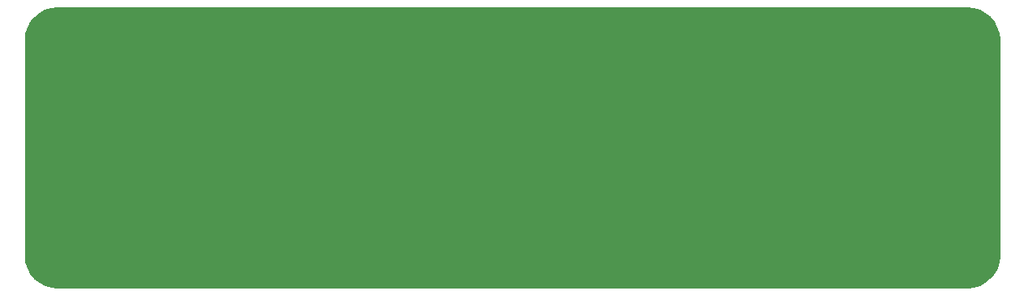
<source format=gbr>
G04 #@! TF.GenerationSoftware,KiCad,Pcbnew,(5.1.5-0)*
G04 #@! TF.CreationDate,2021-01-24T12:18:42-07:00*
G04 #@! TF.ProjectId,front_panel,66726f6e-745f-4706-916e-656c2e6b6963,rev?*
G04 #@! TF.SameCoordinates,Original*
G04 #@! TF.FileFunction,Copper,L1,Top*
G04 #@! TF.FilePolarity,Positive*
%FSLAX46Y46*%
G04 Gerber Fmt 4.6, Leading zero omitted, Abs format (unit mm)*
G04 Created by KiCad (PCBNEW (5.1.5-0)) date 2021-01-24 12:18:42*
%MOMM*%
%LPD*%
G04 APERTURE LIST*
%ADD10C,13.000000*%
%ADD11C,5.800000*%
%ADD12C,0.250000*%
%ADD13C,0.254000*%
G04 APERTURE END LIST*
D10*
X132565000Y-118715000D03*
X122565000Y-103915000D03*
X112565000Y-118715000D03*
X142565000Y-103915000D03*
X172565000Y-118715000D03*
X152565000Y-118715000D03*
X162565000Y-103915000D03*
X182565000Y-103915000D03*
D11*
X100000000Y-100000000D03*
X100000000Y-122630000D03*
X195130000Y-100000000D03*
X195130000Y-122630000D03*
D12*
X152565000Y-118715000D02*
X172565000Y-118715000D01*
D13*
G36*
X195765502Y-96790476D02*
G01*
X196376802Y-96975039D01*
X196940603Y-97274817D01*
X197435445Y-97678399D01*
X197842474Y-98170412D01*
X198146184Y-98732112D01*
X198335008Y-99342104D01*
X198405000Y-100008036D01*
X198405001Y-122597712D01*
X198339524Y-123265501D01*
X198154962Y-123876800D01*
X197855183Y-124440603D01*
X197451598Y-124935447D01*
X196959587Y-125342474D01*
X196397888Y-125646184D01*
X195787896Y-125835008D01*
X195121964Y-125905000D01*
X100032278Y-125905000D01*
X99364499Y-125839524D01*
X98753200Y-125654962D01*
X98189397Y-125355183D01*
X97694553Y-124951598D01*
X97287526Y-124459587D01*
X96983816Y-123897888D01*
X96794992Y-123287896D01*
X96725000Y-122621964D01*
X96725000Y-100032278D01*
X96790476Y-99364498D01*
X96975039Y-98753198D01*
X97274817Y-98189397D01*
X97678399Y-97694555D01*
X98170412Y-97287526D01*
X98732112Y-96983816D01*
X99342104Y-96794992D01*
X100008036Y-96725000D01*
X195097722Y-96725000D01*
X195765502Y-96790476D01*
G37*
X195765502Y-96790476D02*
X196376802Y-96975039D01*
X196940603Y-97274817D01*
X197435445Y-97678399D01*
X197842474Y-98170412D01*
X198146184Y-98732112D01*
X198335008Y-99342104D01*
X198405000Y-100008036D01*
X198405001Y-122597712D01*
X198339524Y-123265501D01*
X198154962Y-123876800D01*
X197855183Y-124440603D01*
X197451598Y-124935447D01*
X196959587Y-125342474D01*
X196397888Y-125646184D01*
X195787896Y-125835008D01*
X195121964Y-125905000D01*
X100032278Y-125905000D01*
X99364499Y-125839524D01*
X98753200Y-125654962D01*
X98189397Y-125355183D01*
X97694553Y-124951598D01*
X97287526Y-124459587D01*
X96983816Y-123897888D01*
X96794992Y-123287896D01*
X96725000Y-122621964D01*
X96725000Y-100032278D01*
X96790476Y-99364498D01*
X96975039Y-98753198D01*
X97274817Y-98189397D01*
X97678399Y-97694555D01*
X98170412Y-97287526D01*
X98732112Y-96983816D01*
X99342104Y-96794992D01*
X100008036Y-96725000D01*
X195097722Y-96725000D01*
X195765502Y-96790476D01*
M02*

</source>
